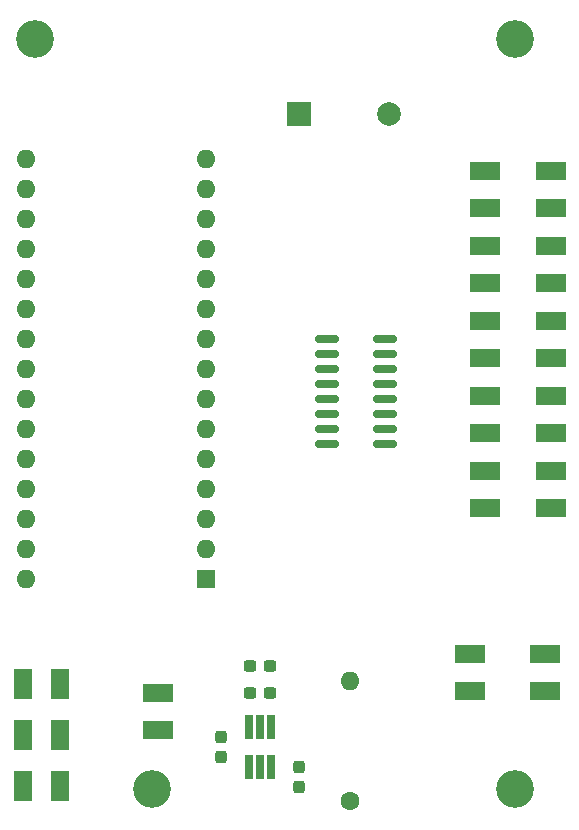
<source format=gbr>
%TF.GenerationSoftware,KiCad,Pcbnew,7.0.8*%
%TF.CreationDate,2023-12-02T15:31:10-08:00*%
%TF.ProjectId,LED_MAIN_BOARD_POWER,4c45445f-4d41-4494-9e5f-424f4152445f,rev?*%
%TF.SameCoordinates,Original*%
%TF.FileFunction,Soldermask,Top*%
%TF.FilePolarity,Negative*%
%FSLAX46Y46*%
G04 Gerber Fmt 4.6, Leading zero omitted, Abs format (unit mm)*
G04 Created by KiCad (PCBNEW 7.0.8) date 2023-12-02 15:31:10*
%MOMM*%
%LPD*%
G01*
G04 APERTURE LIST*
G04 Aperture macros list*
%AMRoundRect*
0 Rectangle with rounded corners*
0 $1 Rounding radius*
0 $2 $3 $4 $5 $6 $7 $8 $9 X,Y pos of 4 corners*
0 Add a 4 corners polygon primitive as box body*
4,1,4,$2,$3,$4,$5,$6,$7,$8,$9,$2,$3,0*
0 Add four circle primitives for the rounded corners*
1,1,$1+$1,$2,$3*
1,1,$1+$1,$4,$5*
1,1,$1+$1,$6,$7*
1,1,$1+$1,$8,$9*
0 Add four rect primitives between the rounded corners*
20,1,$1+$1,$2,$3,$4,$5,0*
20,1,$1+$1,$4,$5,$6,$7,0*
20,1,$1+$1,$6,$7,$8,$9,0*
20,1,$1+$1,$8,$9,$2,$3,0*%
G04 Aperture macros list end*
%ADD10R,2.540000X1.524000*%
%ADD11R,1.524000X2.540000*%
%ADD12RoundRect,0.237500X0.300000X0.237500X-0.300000X0.237500X-0.300000X-0.237500X0.300000X-0.237500X0*%
%ADD13R,1.600000X1.600000*%
%ADD14O,1.600000X1.600000*%
%ADD15C,1.600000*%
%ADD16R,2.000000X2.000000*%
%ADD17C,2.000000*%
%ADD18C,3.200000*%
%ADD19RoundRect,0.237500X-0.237500X0.300000X-0.237500X-0.300000X0.237500X-0.300000X0.237500X0.300000X0*%
%ADD20R,0.650000X2.000000*%
%ADD21RoundRect,0.150000X0.825000X0.150000X-0.825000X0.150000X-0.825000X-0.150000X0.825000X-0.150000X0*%
G04 APERTURE END LIST*
D10*
%TO.C,Disp1*%
X203200000Y-101981000D03*
X203200000Y-98806000D03*
X203200000Y-95631000D03*
X203200000Y-92456000D03*
X203200000Y-89281000D03*
X203200000Y-86106000D03*
X203200000Y-82931000D03*
X203200000Y-79756000D03*
X203200000Y-76581000D03*
X203200000Y-73406000D03*
%TD*%
D11*
%TO.C,CTL1*%
X158496000Y-116840000D03*
X161671000Y-116840000D03*
%TD*%
D12*
%TO.C,C3*%
X179424500Y-117602000D03*
X177699500Y-117602000D03*
%TD*%
D13*
%TO.C,A1*%
X173990000Y-107950000D03*
D14*
X173990000Y-105410000D03*
X173990000Y-102870000D03*
X173990000Y-100330000D03*
X173990000Y-97790000D03*
X173990000Y-95250000D03*
X173990000Y-92710000D03*
X173990000Y-90170000D03*
X173990000Y-87630000D03*
X173990000Y-85090000D03*
X173990000Y-82550000D03*
X173990000Y-80010000D03*
X173990000Y-77470000D03*
X173990000Y-74930000D03*
X173990000Y-72390000D03*
X158750000Y-72390000D03*
X158750000Y-74930000D03*
X158750000Y-77470000D03*
X158750000Y-80010000D03*
X158750000Y-82550000D03*
X158750000Y-85090000D03*
X158750000Y-87630000D03*
X158750000Y-90170000D03*
X158750000Y-92710000D03*
X158750000Y-95250000D03*
X158750000Y-97790000D03*
X158750000Y-100330000D03*
X158750000Y-102870000D03*
X158750000Y-105410000D03*
X158750000Y-107950000D03*
%TD*%
D15*
%TO.C,L1*%
X186182000Y-126746000D03*
D14*
X186182000Y-116586000D03*
%TD*%
D16*
%TO.C,BZ1*%
X181874000Y-68580000D03*
D17*
X189474000Y-68580000D03*
%TD*%
D18*
%TO.C,H2*%
X200152000Y-125730000D03*
%TD*%
D10*
%TO.C,Disp0*%
X197612000Y-101981000D03*
X197612000Y-98806000D03*
X197612000Y-95631000D03*
X197612000Y-92456000D03*
X197612000Y-89281000D03*
X197612000Y-86106000D03*
X197612000Y-82931000D03*
X197612000Y-79756000D03*
X197612000Y-76581000D03*
X197612000Y-73406000D03*
%TD*%
D11*
%TO.C,TM1*%
X158496000Y-125476000D03*
X161671000Y-125476000D03*
%TD*%
D19*
%TO.C,C1*%
X175260000Y-121311500D03*
X175260000Y-123036500D03*
%TD*%
D10*
%TO.C,Vout2*%
X202692000Y-117475000D03*
X202692000Y-114300000D03*
%TD*%
D19*
%TO.C,C2*%
X181864000Y-123851500D03*
X181864000Y-125576500D03*
%TD*%
D10*
%TO.C,Vout1*%
X196342000Y-117475000D03*
X196342000Y-114300000D03*
%TD*%
D18*
%TO.C,H3*%
X169418000Y-125730000D03*
%TD*%
D20*
%TO.C,Vreg0*%
X179512000Y-120464000D03*
X178562000Y-120464000D03*
X177612000Y-120464000D03*
X177612000Y-123884000D03*
X178562000Y-123884000D03*
X179512000Y-123884000D03*
%TD*%
D12*
%TO.C,C4*%
X179424500Y-115316000D03*
X177699500Y-115316000D03*
%TD*%
D18*
%TO.C,H1*%
X200152000Y-62230000D03*
%TD*%
%TO.C,H4*%
X159512000Y-62230000D03*
%TD*%
D21*
%TO.C,U1*%
X189200000Y-96520000D03*
X189200000Y-95250000D03*
X189200000Y-93980000D03*
X189200000Y-92710000D03*
X189200000Y-91440000D03*
X189200000Y-90170000D03*
X189200000Y-88900000D03*
X189200000Y-87630000D03*
X184250000Y-87630000D03*
X184250000Y-88900000D03*
X184250000Y-90170000D03*
X184250000Y-91440000D03*
X184250000Y-92710000D03*
X184250000Y-93980000D03*
X184250000Y-95250000D03*
X184250000Y-96520000D03*
%TD*%
D11*
%TO.C,TM0*%
X158496000Y-121158000D03*
X161671000Y-121158000D03*
%TD*%
D10*
%TO.C,Vin1*%
X169926000Y-120777000D03*
X169926000Y-117602000D03*
%TD*%
M02*

</source>
